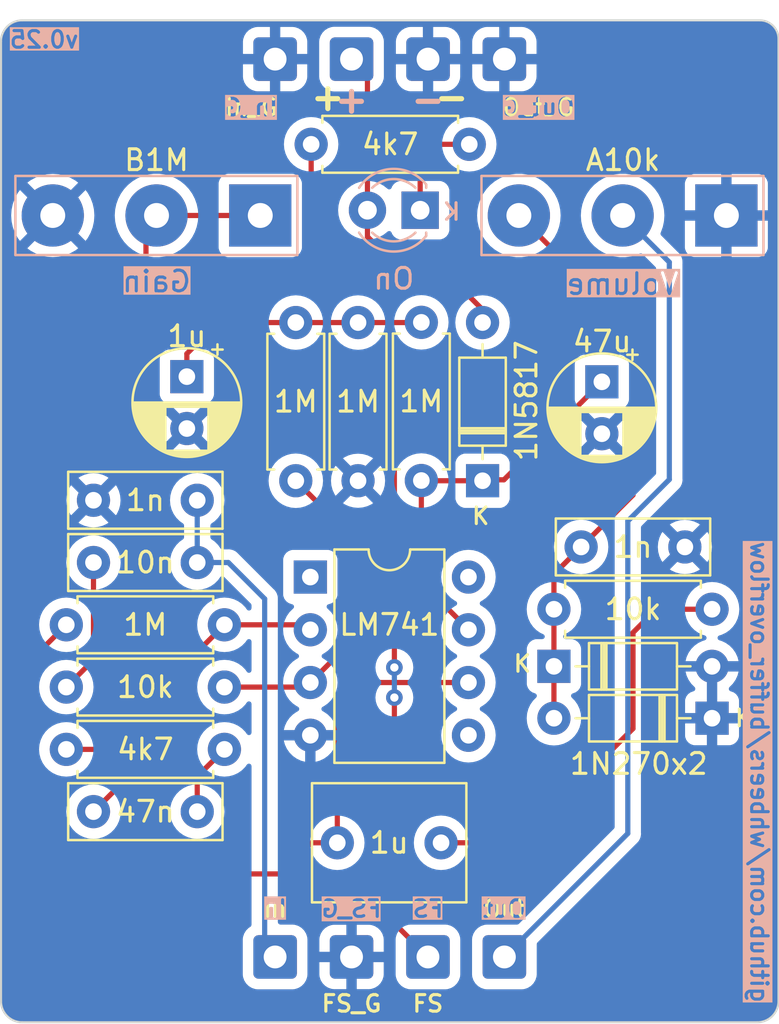
<source format=kicad_pcb>
(kicad_pcb (version 20221018) (generator pcbnew)
  (title_block (title "Buffer Overflow Drive Effect") (date "2023-02-22") (rev "v0.25") (comment 1 " github.com/whbeers/buffer_overflow"))
  (layers (0 "F.Cu" signal) (31 "B.Cu" power) (36 "B.SilkS" user "B.Silkscreen") (37 "F.SilkS" user "F.Silkscreen") (38 "B.Mask" user) (39 "F.Mask" user) (44 "Edge.Cuts" user))
  (net 0 "")
  (net 1 "GND")
  (net 2 "Net-(C4-Pad1)")
  (net 3 "VREF")
  (net 4 "Net-(C6-Pad2)")
  (net 5 "Net-(D2-K)")
  (net 6 "Net-(C3-Pad2)")
  (net 7 "/741_NonInv")
  (net 8 "/741_OUT")
  (net 9 "/PRE_VOLUME")
  (net 10 "/GAIN_CTL")
  (net 11 "/741_Inv")
  (net 12 "9V")
  (net 13 "/INPUT_TIP")
  (net 14 "/DC_SHIELD")
  (net 15 "/OUTPUT_TIP")
  (net 16 "/Footswitch")
  (footprint "Package_DIP:DIP-8_W7.62mm" (layer "F.Cu") (at 57.45 51.2)
    (fp_text reference "U1")
    (fp_text value "LM741" (at 3.81 2.3) (layer "F.SilkS"))
    (pad "1" thru_hole rect (at 0 0) (size 1.6 1.6) (drill 0.8) (layers "*.Cu" "*.Mask"))
    (pad "2" thru_hole oval (at 0 2.54) (size 1.6 1.6) (drill 0.8) (layers "*.Cu" "*.Mask") (net 11 "/741_Inv"))
    (pad "3" thru_hole oval (at 0 5.08) (size 1.6 1.6) (drill 0.8) (layers "*.Cu" "*.Mask") (net 7 "/741_NonInv"))
    (pad "4" thru_hole oval (at 0 7.62) (size 1.6 1.6) (drill 0.8) (layers "*.Cu" "*.Mask") (net 1 "GND"))
    (pad "5" thru_hole oval (at 7.62 7.62) (size 1.6 1.6) (drill 0.8) (layers "*.Cu" "*.Mask"))
    (pad "6" thru_hole oval (at 7.62 5.08) (size 1.6 1.6) (drill 0.8) (layers "*.Cu" "*.Mask") (net 8 "/741_OUT"))
    (pad "7" thru_hole oval (at 7.62 2.54) (size 1.6 1.6) (drill 0.8) (layers "*.Cu" "*.Mask") (net 12 "9V"))
    (pad "8" thru_hole oval (at 7.62 0) (size 1.6 1.6) (drill 0.8) (layers "*.Cu" "*.Mask"))
  )
  (footprint "Connector_Wire:SolderWire-0.5sqmm_1x01_D0.9mm_OD2.1mm" (layer "F.Cu") (at 63.119 69.5)
    (fp_text reference "J4")
    (fp_text value "FS" (at 0 2.25) (layer "F.SilkS" knockout) (effects (font (size 0.8 0.8))))
    (fp_text user "${VALUE}" (at 0 -2.317 unlocked) (layer "B.SilkS" knockout) (effects (font (size 0.8 0.8)) (justify mirror)))
    (pad "1" thru_hole roundrect (at 0 0) (size 2.1 2.1) (drill 1.1) (layers "*.Cu" "*.Mask") (roundrect_rratio 0.1190480952) (net 16 "/Footswitch"))
  )
  (footprint "Resistor_THT:R_Axial_DIN0207_L6.3mm_D2.5mm_P7.62mm_Horizontal" (layer "F.Cu") (at 45.69 53.5)
    (fp_text reference "R7")
    (fp_text value "1M" (at 3.81 0) (layer "F.SilkS"))
    (pad "1" thru_hole circle (at 0 0) (size 1.6 1.6) (drill 0.8) (layers "*.Cu" "*.Mask") (net 8 "/741_OUT"))
    (pad "2" thru_hole oval (at 7.62 0) (size 1.6 1.6) (drill 0.8) (layers "*.Cu" "*.Mask") (net 11 "/741_Inv"))
  )
  (footprint "Capacitor_THT:C_Rect_L7.2mm_W2.5mm_P5.00mm_FKS2_FKP2_MKS2_MKP2" (layer "F.Cu") (at 47 47.5)
    (fp_text reference "C1")
    (fp_text value "1n" (at 2.5 0) (layer "F.SilkS"))
    (pad "1" thru_hole circle (at 0 0) (size 1.6 1.6) (drill 0.8) (layers "*.Cu" "*.Mask") (net 1 "GND"))
    (pad "2" thru_hole circle (at 5 0) (size 1.6 1.6) (drill 0.8) (layers "*.Cu" "*.Mask") (net 13 "/INPUT_TIP"))
  )
  (footprint "Resistor_THT:R_Axial_DIN0207_L6.3mm_D2.5mm_P7.62mm_Horizontal" (layer "F.Cu") (at 53.31 59.5 180)
    (fp_text reference "R6")
    (fp_text value "4k7" (at 3.81 0) (layer "F.SilkS"))
    (pad "1" thru_hole circle (at 0 0 180) (size 1.6 1.6) (drill 0.8) (layers "*.Cu" "*.Mask") (net 2 "Net-(C4-Pad1)"))
    (pad "2" thru_hole oval (at 7.62 0 180) (size 1.6 1.6) (drill 0.8) (layers "*.Cu" "*.Mask") (net 10 "/GAIN_CTL"))
  )
  (footprint "Resistor_THT:R_Axial_DIN0207_L6.3mm_D2.5mm_P7.62mm_Horizontal" (layer "F.Cu") (at 62.8 38.93 -90)
    (fp_text reference "R4")
    (fp_text value "1M" (at 3.81 0 -180) (layer "F.SilkS"))
    (pad "1" thru_hole circle (at 0 0 270) (size 1.6 1.6) (drill 0.8) (layers "*.Cu" "*.Mask") (net 3 "VREF"))
    (pad "2" thru_hole oval (at 7.62 0 270) (size 1.6 1.6) (drill 0.8) (layers "*.Cu" "*.Mask") (net 12 "9V"))
  )
  (footprint "Connector_Wire:SolderWire-0.5sqmm_1x01_D0.9mm_OD2.1mm" (layer "F.Cu") (at 59.436 26.25)
    (fp_text reference "J3")
    (fp_text value "+" (at -1.143 1.817) (layer "F.SilkS") (effects (font (size 1.25 1.25) (thickness 0.25) bold)))
    (fp_text user "${VALUE}" (at 0 1.944 unlocked) (layer "B.SilkS") (effects (font (size 1.25 1.25) (thickness 0.25) bold) (justify mirror)))
    (pad "1" thru_hole roundrect (at 0 0) (size 2.1 2.1) (drill 1.1) (layers "*.Cu" "*.Mask") (roundrect_rratio 0.1190480952) (net 14 "/DC_SHIELD"))
  )
  (footprint "Capacitor_THT:C_Rect_L7.2mm_W2.5mm_P5.00mm_FKS2_FKP2_MKS2_MKP2" (layer "F.Cu") (at 52 62.5 180)
    (fp_text reference "C4")
    (fp_text value "47n" (at 2.5 0) (layer "F.SilkS"))
    (pad "1" thru_hole circle (at 0 0 180) (size 1.6 1.6) (drill 0.8) (layers "*.Cu" "*.Mask") (net 2 "Net-(C4-Pad1)"))
    (pad "2" thru_hole circle (at 5 0 180) (size 1.6 1.6) (drill 0.8) (layers "*.Cu" "*.Mask") (net 11 "/741_Inv"))
  )
  (footprint "Capacitor_THT:CP_Radial_D5.0mm_P2.50mm" (layer "F.Cu") (at 71.5 41.794888 -90)
    (fp_text reference "C2")
    (fp_text value "47u" (at -1.944888 -0.01) (layer "F.SilkS"))
    (pad "1" thru_hole rect (at 0 0 270) (size 1.6 1.6) (drill 0.8) (layers "*.Cu" "*.Mask") (net 12 "9V"))
    (pad "2" thru_hole circle (at 2.5 0 270) (size 1.6 1.6) (drill 0.8) (layers "*.Cu" "*.Mask") (net 1 "GND"))
  )
  (footprint "Resistor_THT:R_Axial_DIN0207_L6.3mm_D2.5mm_P7.62mm_Horizontal" (layer "F.Cu") (at 65.11 30.353 180)
    (fp_text reference "R1")
    (fp_text value "4k7" (at 3.81 0) (layer "F.SilkS"))
    (pad "1" thru_hole circle (at 0 0 180) (size 1.6 1.6) (drill 0.8) (layers "*.Cu" "*.Mask") (net 5 "Net-(D2-K)"))
    (pad "2" thru_hole oval (at 7.62 0 180) (size 1.6 1.6) (drill 0.8) (layers "*.Cu" "*.Mask") (net 16 "/Footswitch"))
  )
  (footprint "Diode_THT:D_DO-35_SOD27_P7.62mm_Horizontal" (layer "F.Cu") (at 76.81 58 180)
    (fp_text reference "D3")
    (fp_text value "1N270")
    (fp_text user "1N270x2" (at 3.531 -2.198 unlocked) (layer "F.SilkS"))
    (fp_text user "K" (at -1.524 0) (layer "F.SilkS") (effects (font (size 0.8 0.8))))
    (pad "1" thru_hole rect (at 0 0 180) (size 1.6 1.6) (drill 0.8) (layers "*.Cu" "*.Mask") (net 1 "GND"))
    (pad "2" thru_hole oval (at 7.62 0 180) (size 1.6 1.6) (drill 0.8) (layers "*.Cu" "*.Mask") (net 9 "/PRE_VOLUME"))
  )
  (footprint "Capacitor_THT:C_Rect_L7.2mm_W2.5mm_P5.00mm_FKS2_FKP2_MKS2_MKP2" (layer "F.Cu") (at 52 50.5 180)
    (fp_text reference "C3")
    (fp_text value "10n" (at 2.5 0) (layer "F.SilkS"))
    (pad "1" thru_hole circle (at 0 0 180) (size 1.6 1.6) (drill 0.8) (layers "*.Cu" "*.Mask") (net 13 "/INPUT_TIP"))
    (pad "2" thru_hole circle (at 5 0 180) (size 1.6 1.6) (drill 0.8) (layers "*.Cu" "*.Mask") (net 6 "Net-(C3-Pad2)"))
  )
  (footprint "Connector_Wire:SolderWire-0.5sqmm_1x01_D0.9mm_OD2.1mm" (layer "F.Cu") (at 55.753 26.25)
    (fp_text reference "J5")
    (fp_text value "In_G" (at -1.143 2.325) (layer "F.SilkS" knockout) (effects (font (size 0.8 0.8))))
    (fp_text user "${VALUE}" (at -1.143 2.325 unlocked) (layer "B.SilkS" knockout) (effects (font (size 0.8 0.8)) (justify mirror)))
    (pad "1" thru_hole roundrect (at 0 0) (size 2.1 2.1) (drill 1.1) (layers "*.Cu" "*.Mask") (roundrect_rratio 0.1190480952) (net 1 "GND"))
  )
  (footprint "Diode_THT:D_DO-35_SOD27_P7.62mm_Horizontal" (layer "F.Cu") (at 69.19 55.5)
    (fp_text reference "D4")
    (fp_text value "1N270" hide)
    (fp_text user "K" (at -1.524 -0.127) (layer "F.SilkS") (effects (font (size 0.8 0.8))))
    (pad "1" thru_hole rect (at 0 0) (size 1.6 1.6) (drill 0.8) (layers "*.Cu" "*.Mask") (net 9 "/PRE_VOLUME"))
    (pad "2" thru_hole oval (at 7.62 0) (size 1.6 1.6) (drill 0.8) (layers "*.Cu" "*.Mask") (net 1 "GND"))
  )
  (footprint "Resistor_THT:R_Axial_DIN0207_L6.3mm_D2.5mm_P7.62mm_Horizontal" (layer "F.Cu") (at 59.75 46.56 90)
    (fp_text reference "R5")
    (fp_text value "1M" (at 3.81 0 180) (layer "F.SilkS"))
    (pad "1" thru_hole circle (at 0 0 90) (size 1.6 1.6) (drill 0.8) (layers "*.Cu" "*.Mask") (net 1 "GND"))
    (pad "2" thru_hole oval (at 7.62 0 90) (size 1.6 1.6) (drill 0.8) (layers "*.Cu" "*.Mask") (net 3 "VREF"))
  )
  (footprint "Connector_Wire:SolderWire-0.5sqmm_1x01_D0.9mm_OD2.1mm" (layer "F.Cu") (at 66.802 26.25)
    (fp_text reference "J6")
    (fp_text value "Out_G" (at 1.651 2.325) (layer "F.SilkS" knockout) (effects (font (size 0.8 0.8))))
    (fp_text user "${VALUE}" (at 1.651 2.325 unlocked) (layer "B.SilkS" knockout) (effects (font (size 0.8 0.8)) (justify mirror)))
    (pad "1" thru_hole roundrect (at 0 0) (size 2.1 2.1) (drill 1.1) (layers "*.Cu" "*.Mask") (roundrect_rratio 0.1190480952) (net 1 "GND"))
  )
  (footprint "Resistor_THT:R_Axial_DIN0207_L6.3mm_D2.5mm_P7.62mm_Horizontal" (layer "F.Cu") (at 56.75 46.56 90)
    (fp_text reference "R3")
    (fp_text value "1M" (at 3.81 0 180) (layer "F.SilkS"))
    (pad "1" thru_hole circle (at 0 0 90) (size 1.6 1.6) (drill 0.8) (layers "*.Cu" "*.Mask") (net 7 "/741_NonInv"))
    (pad "2" thru_hole oval (at 7.62 0 90) (size 1.6 1.6) (drill 0.8) (layers "*.Cu" "*.Mask") (net 3 "VREF"))
  )
  (footprint "Connector_Wire:SolderWire-0.5sqmm_1x01_D0.9mm_OD2.1mm" (layer "F.Cu") (at 66.802 69.5)
    (fp_text reference "J2")
    (fp_text value "Out" (at 0 -2.317) (layer "F.SilkS" knockout) (effects (font (size 0.8 0.8))))
    (fp_text user "${VALUE}" (at 0 -2.317 unlocked) (layer "B.SilkS" knockout) (effects (font (size 0.8 0.8)) (justify mirror)))
    (pad "1" thru_hole roundrect (at 0 0) (size 2.1 2.1) (drill 1.1) (layers "*.Cu" "*.Mask") (roundrect_rratio 0.1190480952) (net 15 "/OUTPUT_TIP"))
  )
  (footprint "Capacitor_THT:C_Rect_L7.2mm_W5.5mm_P5.00mm_FKS2_FKP2_MKS2_MKP2" (layer "F.Cu") (at 58.75 64)
    (fp_text reference "C6")
    (fp_text value "1u" (at 2.5 0) (layer "F.SilkS"))
    (pad "1" thru_hole circle (at 0 0) (size 1.6 1.6) (drill 0.8) (layers "*.Cu" "*.Mask") (net 8 "/741_OUT"))
    (pad "2" thru_hole circle (at 5 0) (size 1.6 1.6) (drill 0.8) (layers "*.Cu" "*.Mask") (net 4 "Net-(C6-Pad2)"))
  )
  (footprint "Connector_Wire:SolderWire-0.5sqmm_1x01_D0.9mm_OD2.1mm" (layer "F.Cu") (at 55.753 69.5)
    (fp_text reference "J1")
    (fp_text value "In" (at 0 -2.317) (layer "F.SilkS" knockout) (effects (font (size 0.8 0.8))))
    (fp_text user "${VALUE}" (at 0 -2.317 unlocked) (layer "B.SilkS" knockout) (effects (font (size 0.8 0.8)) (justify mirror)))
    (pad "1" thru_hole roundrect (at 0 0) (size 2.1 2.1) (drill 1.1) (layers "*.Cu" "*.Mask") (roundrect_rratio 0.1190480952) (net 13 "/INPUT_TIP"))
  )
  (footprint "Resistor_THT:R_Axial_DIN0207_L6.3mm_D2.5mm_P7.62mm_Horizontal" (layer "F.Cu") (at 69.19 52.75)
    (fp_text reference "R8")
    (fp_text value "10k" (at 3.81 0) (layer "F.SilkS"))
    (pad "1" thru_hole circle (at 0 0) (size 1.6 1.6) (drill 0.8) (layers "*.Cu" "*.Mask") (net 9 "/PRE_VOLUME"))
    (pad "2" thru_hole oval (at 7.62 0) (size 1.6 1.6) (drill 0.8) (layers "*.Cu" "*.Mask") (net 4 "Net-(C6-Pad2)"))
  )
  (footprint "Diode_THT:D_DO-35_SOD27_P7.62mm_Horizontal" (layer "F.Cu") (at 65.75 46.56 90)
    (fp_text reference "D1")
    (fp_text value "1N5817" (at 3.855 2.115 90) (layer "F.SilkS"))
    (fp_text user "K" (at -1.7 -0.091) (layer "F.SilkS") (effects (font (size 0.8 0.8) (thickness 0.15) bold)))
    (pad "1" thru_hole rect (at 0 0 90) (size 1.6 1.6) (drill 0.8) (layers "*.Cu" "*.Mask") (net 12 "9V"))
    (pad "2" thru_hole oval (at 7.62 0 90) (size 1.6 1.6) (drill 0.8) (layers "*.Cu" "*.Mask") (net 14 "/DC_SHIELD"))
  )
  (footprint "Capacitor_THT:CP_Radial_D5.0mm_P2.50mm" (layer "F.Cu") (at 51.5 41.544888 -90)
    (fp_text reference "C5")
    (fp_text value "1u" (at -1.949888 0 180) (layer "F.SilkS"))
    (pad "1" thru_hole rect (at 0 0 270) (size 1.6 1.6) (drill 0.8) (layers "*.Cu" "*.Mask") (net 3 "VREF"))
    (pad "2" thru_hole circle (at 2.5 0 270) (size 1.6 1.6) (drill 0.8) (layers "*.Cu" "*.Mask") (net 1 "GND"))
  )
  (footprint "Connector_Wire:SolderWire-0.5sqmm_1x01_D0.9mm_OD2.1mm" (layer "F.Cu") (at 59.436 69.5)
    (fp_text reference "J8")
    (fp_text value "FS_G" (at 0 2.25) (layer "F.SilkS" knockout) (effects (font (size 0.8 0.8))))
    (fp_text user "${VALUE}" (at 0 -2.317 unlocked) (layer "B.SilkS" knockout) (effects (font (size 0.8 0.8)) (justify mirror)))
    (pad "1" thru_hole roundrect (at 0 0) (size 2.1 2.1) (drill 1.1) (layers "*.Cu" "*.Mask") (roundrect_rratio 0.1190480952) (net 1 "GND"))
  )
  (footprint "Connector_Wire:SolderWire-0.5sqmm_1x01_D0.9mm_OD2.1mm" (layer "F.Cu") (at 63.123 26.25)
    (fp_text reference "J7")
    (fp_text value "-" (at 1.139 1.817) (layer "F.SilkS") (effects (font (size 1.25 1.25) (thickness 0.25) bold)))
    (fp_text user "${VALUE}" (at 0 1.944 unlocked) (layer "B.SilkS") (effects (font (size 1.25 1.25) (thickness 0.25) bold) (justify mirror)))
    (pad "1" thru_hole roundrect (at 0 0) (size 2.1 2.1) (drill 1.1) (layers "*.Cu" "*.Mask") (roundrect_rratio 0.1190480952) (net 1 "GND"))
  )
  (footprint "Resistor_THT:R_Axial_DIN0207_L6.3mm_D2.5mm_P7.62mm_Horizontal" (layer "F.Cu") (at 45.69 56.5)
    (fp_text reference "R2")
    (fp_text value "10k" (at 3.81 0) (layer "F.SilkS"))
    (pad "1" thru_hole circle (at 0 0) (size 1.6 1.6) (drill 0.8) (layers "*.Cu" "*.Mask") (net 6 "Net-(C3-Pad2)"))
    (pad "2" thru_hole oval (at 7.62 0) (size 1.6 1.6) (drill 0.8) (layers "*.Cu" "*.Mask") (net 7 "/741_NonInv"))
  )
  (footprint "Capacitor_THT:C_Rect_L7.2mm_W2.5mm_P5.00mm_FKS2_FKP2_MKS2_MKP2" (layer "F.Cu") (at 75.5 49.75 180)
    (fp_text reference "C7")
    (fp_text value "1n" (at 2.5 0) (layer "F.SilkS"))
    (pad "1" thru_hole circle (at 0 0 180) (size 1.6 1.6) (drill 0.8) (layers "*.Cu" "*.Mask") (net 1 "GND"))
    (pad "2" thru_hole circle (at 5 0 180) (size 1.6 1.6) (drill 0.8) (layers "*.Cu" "*.Mask") (net 9 "/PRE_VOLUME"))
  )
  (footprint "buffer_overflow:Potentiometer_Single_3_Horizontal" (layer "B.Cu") (at 72.4925 29.972 180)
    (fp_text reference "POT1")
    (fp_text value "A10k" (at -0.0245 -1.143 unlocked) (layer "F.SilkS"))
    (fp_text user "Volume" (at 0 -7.112 unlocked) (layer "B.SilkS" knockout) (effects (justify mirror)))
    (pad "1" thru_hole rect (at -5.0075 -3.81 270) (size 3 3) (drill 1.2) (layers "*.Cu" "*.Mask") (net 1 "GND"))
    (pad "2" thru_hole circle (at -0.0075 -3.81 270) (size 3 3) (drill 1.2) (layers "*.Cu" "*.Mask") (net 15 "/OUTPUT_TIP"))
    (pad "3" thru_hole circle (at 4.9925 -3.81 270) (size 3 3) (drill 1.2) (layers "*.Cu" "*.Mask") (net 9 "/PRE_VOLUME"))
  )
  (footprint "LED_THT:LED_D3.0mm" (layer "B.Cu") (at 62.743 33.528 180)
    (fp_text reference "D2")
    (fp_text value "On" (at 1.27 -3.302) (layer "B.SilkS" knockout) (effects (justify mirror)))
    (fp_text user "K" (at -1.519 0 180 unlocked) (layer "B.SilkS") (effects (font (size 0.8 0.8))))
    (pad "1" thru_hole rect (at 0 0 180) (size 1.8 1.8) (drill 0.9) (layers "*.Cu" "*.Mask") (net 5 "Net-(D2-K)"))
    (pad "2" thru_hole circle (at 2.54 0 180) (size 1.8 1.8) (drill 0.9) (layers "*.Cu" "*.Mask") (net 14 "/DC_SHIELD"))
  )
  (footprint "buffer_overflow:Potentiometer_Single_3_Horizontal" (layer "B.Cu") (at 50.0305 29.972 180)
    (fp_text reference "POT2")
    (fp_text value "B1M" (at -0.0075 -1.143 unlocked) (layer "F.SilkS"))
    (fp_text user "Gain" (at -0.0075 -6.985 unlocked) (layer "B.SilkS" knockout) (effects (justify mirror)))
    (pad "1" thru_hole rect (at -5.0075 -3.81 270) (size 3 3) (drill 1.2) (layers "*.Cu" "*.Mask") (net 10 "/GAIN_CTL"))
    (pad "2" thru_hole circle (at -0.0075 -3.81 270) (size 3 3) (drill 1.2) (layers "*.Cu" "*.Mask") (net 10 "/GAIN_CTL"))
    (pad "3" thru_hole circle (at 4.9925 -3.81 270) (size 3 3) (drill 1.2) (layers "*.Cu" "*.Mask") (net 1 "GND"))
  )
  (gr_arc (start 80.01 71.628) (mid 79.71242 72.34642) (end 78.994 72.644) (stroke (width 0.1)) (layer "Edge.Cuts"))
  (gr_line (start 42.545 71.628) (end 42.545 25.4) (stroke (width 0.1)) (layer "Edge.Cuts"))
  (gr_line (start 78.994 72.644) (end 43.561 72.644) (stroke (width 0.1)) (layer "Edge.Cuts"))
  (gr_arc (start 43.561 72.644) (mid 42.84258 72.34642) (end 42.545 71.628) (stroke (width 0.1)) (layer "Edge.Cuts"))
  (gr_arc (start 79.127 24.384) (mid 79.75175 24.646493) (end 80.01002 25.273) (stroke (width 0.1)) (layer "Edge.Cuts"))
  (gr_line (start 43.561 24.384) (end 79.127 24.384) (stroke (width 0.1)) (layer "Edge.Cuts"))
  (gr_line (start 80.01002 25.273) (end 80.01 71.628) (stroke (width 0.1)) (layer "Edge.Cuts"))
  (gr_arc (start 42.545 25.4) (mid 42.84258 24.68158) (end 43.561 24.384) (stroke (width 0.1)) (layer "Edge.Cuts"))
  (gr_text "${COMMENT1}" (at 78.613 72.39 -90) (layer "B.SilkS" knockout) (effects (font (size 0.8 0.8)) (justify left bottom mirror)))
  (gr_text "${REVISION}" (at 46.355 25.781) (layer "B.SilkS" knockout) (effects (font (size 0.8 0.8) (thickness 0.15) bold) (justify left bottom mirror)))
  (segment (start 52 62.5) (end 52 60.81) (width 0.25) (layer "F.Cu") (net 2))
  (segment (start 52 60.81) (end 53.31 59.5) (width 0.25) (layer "F.Cu") (net 2))
  (segment (start 53 38.94) (end 62.75 38.94) (width 0.25) (layer "F.Cu") (net 3))
  (segment (start 51.5 40.44) (end 51.5 41.544888) (width 0.25) (layer "F.Cu") (net 3))
  (segment (start 53 38.94) (end 51.5 40.44) (width 0.25) (layer "F.Cu") (net 3))
  (segment (start 63.75 64) (end 67.5 64) (width 0.25) (layer "F.Cu") (net 4))
  (segment (start 73 58.5) (end 73 53.875) (width 0.25) (layer "F.Cu") (net 4))
  (segment (start 74.125 52.75) (end 76.81 52.75) (width 0.25) (layer "F.Cu") (net 4))
  (segment (start 73 53.875) (end 74.125 52.75) (width 0.25) (layer "F.Cu") (net 4))
  (segment (start 67.5 64) (end 73 58.5) (width 0.25) (layer "F.Cu") (net 4))
  (segment (start 65.11 30.353) (end 63.5 30.353) (width 0.25) (layer "F.Cu") (net 5))
  (segment (start 63.5 30.353) (end 62.743 31.11) (width 0.25) (layer "F.Cu") (net 5))
  (segment (start 62.743 31.11) (end 62.743 33.528) (width 0.25) (layer "F.Cu") (net 5))
  (segment (start 47 55.19) (end 47 50.5) (width 0.25) (layer "F.Cu") (net 6))
  (segment (start 45.69 56.5) (end 47 55.19) (width 0.25) (layer "F.Cu") (net 6))
  (segment (start 53.31 56.5) (end 57.23 56.5) (width 0.25) (layer "F.Cu") (net 7))
  (segment (start 59.75 49.56) (end 56.75 46.56) (width 0.25) (layer "F.Cu") (net 7))
  (segment (start 57.45 56.28) (end 59.75 53.98) (width 0.25) (layer "F.Cu") (net 7))
  (segment (start 57.23 56.5) (end 57.45 56.28) (width 0.25) (layer "F.Cu") (net 7))
  (segment (start 59.75 53.98) (end 59.75 49.56) (width 0.25) (layer "F.Cu") (net 7))
  (segment (start 46 65.5) (end 56 65.5) (width 0.25) (layer "F.Cu") (net 8))
  (segment (start 44 63.5) (end 46 65.5) (width 0.25) (layer "F.Cu") (net 8))
  (segment (start 56 65.5) (end 57.5 64) (width 0.25) (layer "F.Cu") (net 8))
  (segment (start 60.72 56.28) (end 58.75 58.25) (width 0.25) (layer "F.Cu") (net 8))
  (segment (start 58.75 58.25) (end 58.75 64) (width 0.25) (layer "F.Cu") (net 8))
  (segment (start 65.07 56.28) (end 60.72 56.28) (width 0.25) (layer "F.Cu") (net 8))
  (segment (start 44 55.19) (end 44 63.5) (width 0.25) (layer "F.Cu") (net 8))
  (segment (start 45.69 53.5) (end 44 55.19) (width 0.25) (layer "F.Cu") (net 8))
  (segment (start 57.5745 64) (end 58.75 64) (width 0.25) (layer "F.Cu") (net 8))
  (segment (start 69.19 58) (end 69.19 51.06) (width 0.25) (layer "F.Cu") (net 9))
  (segment (start 69.19 51.06) (end 70.5 49.75) (width 0.25) (layer "F.Cu") (net 9))
  (segment (start 67.5 33.782) (end 73 39.282) (width 0.25) (layer "F.Cu") (net 9))
  (segment (start 73 39.282) (end 73 47.25) (width 0.25) (layer "F.Cu") (net 9))
  (segment (start 73 47.25) (end 70.5 49.75) (width 0.25) (layer "F.Cu") (net 9))
  (segment (start 49.53 57.22) (end 47.25 59.5) (width 0.25) (layer "F.Cu") (net 10))
  (segment (start 50.038 33.782) (end 49.53 34.29) (width 0.25) (layer "F.Cu") (net 10))
  (segment (start 47.25 59.5) (end 45.69 59.5) (width 0.25) (layer "F.Cu") (net 10))
  (segment (start 49.53 34.29) (end 49.53 57.22) (width 0.25) (layer "F.Cu") (net 10))
  (segment (start 49.5 34.2575) (end 50.0075 33.75) (width 0.25) (layer "F.Cu") (net 10))
  (segment (start 50.038 33.782) (end 55.038 33.782) (width 0.25) (layer "F.Cu") (net 10))
  (segment (start 50.737299 58.762701) (end 47 62.5) (width 0.25) (layer "F.Cu") (net 11))
  (segment (start 57.21 53.5) (end 57.45 53.74) (width 0.25) (layer "F.Cu") (net 11))
  (segment (start 50.737299 56.072701) (end 50.737299 58.762701) (width 0.25) (layer "F.Cu") (net 11))
  (segment (start 53.31 53.5) (end 50.737299 56.072701) (width 0.25) (layer "F.Cu") (net 11))
  (segment (start 53.31 53.5) (end 57.21 53.5) (width 0.25) (layer "F.Cu") (net 11))
  (segment (start 65.795 46.515) (end 65.75 46.56) (width 0.25) (layer "F.Cu") (net 12))
  (segment (start 66.779888 46.515) (end 71.5 41.794888) (width 0.25) (layer "F.Cu") (net 12))
  (segment (start 66.779888 46.515) (end 65.795 46.515) (width 0.25) (layer "F.Cu") (net 12))
  (segment (start 65.75 46.56) (end 62.81 46.56) (width 0.25) (layer "F.Cu") (net 12))
  (segment (start 62.8 46.55) (end 62.8 51.45) (width 0.25) (layer "F.Cu") (net 12))
  (segment (start 62.8 51.45) (end 62.975 51.625) (width 0.25) (layer "F.Cu") (net 12))
  (segment (start 62.975 51.625) (end 65.07 53.72) (width 0.25) (layer "F.Cu") (net 12))
  (segment (start 65.07 53.72) (end 65.07 53.74) (width 0.25) (layer "F.Cu") (net 12))
  (segment (start 55.25 52.25) (end 53.5 50.5) (width 0.25) (layer "B.Cu") (net 13))
  (segment (start 55.25 52.25) (end 55.25 68.997) (width 0.25) (layer "B.Cu") (net 13))
  (segment (start 52 50.5) (end 52 47.5) (width 0.25) (layer "B.Cu") (net 13))
  (segment (start 53.5 50.5) (end 52 50.5) (width 0.25) (layer "B.Cu") (net 13))
  (segment (start 55.25 68.997) (end 55.753 69.5) (width 0.25) (layer "B.Cu") (net 13))
  (segment (start 60.203 33.528) (end 60.203 34.803) (width 0.25) (layer "F.Cu") (net 14))
  (segment (start 60.203 34.803) (end 60.96 35.56) (width 0.25) (layer "F.Cu") (net 14))
  (segment (start 60.203 27.017) (end 60.203 33.528) (width 0.25) (layer "F.Cu") (net 14))
  (segment (start 65.75 38.318) (end 65.75 38.94) (width 0.25) (layer "F.Cu") (net 14))
  (segment (start 62.992 35.56) (end 65.75 38.318) (width 0.25) (layer "F.Cu") (net 14))
  (segment (start 60.96 35.56) (end 62.992 35.56) (width 0.25) (layer "F.Cu") (net 14))
  (segment (start 59.436 26.25) (end 60.203 27.017) (width 0.25) (layer "F.Cu") (net 14))
  (segment (start 59.25 26.25) (end 60.203 27.203) (width 0.25) (layer "F.Cu") (net 14))
  (segment (start 72.5 33.782) (end 74.75 36.032) (width 0.25) (layer "B.Cu") (net 15))
  (segment (start 72.75 48.5) (end 72.75 63.552) (width 0.25) (layer "B.Cu") (net 15))
  (segment (start 74.75 36.032) (end 74.75 46.5) (width 0.25) (layer "B.Cu") (net 15))
  (segment (start 72.75 63.552) (end 66.802 69.5) (width 0.25) (layer "B.Cu") (net 15))
  (segment (start 74.75 46.5) (end 72.75 48.5) (width 0.25) (layer "B.Cu") (net 15))
  (segment (start 57.49 30.353) (end 57.49 35.24) (width 0.25) (layer "F.Cu") (net 16))
  (segment (start 57.49 35.24) (end 59 36.75) (width 0.25) (layer "F.Cu") (net 16))
  (segment (start 64.25 41.25) (end 61.5 44) (width 0.25) (layer "F.Cu") (net 16))
  (segment (start 59 36.75) (end 62.658 36.75) (width 0.25) (layer "F.Cu") (net 16))
  (segment (start 61.5 44) (end 61.5 55.5555) (width 0.25) (layer "F.Cu") (net 16))
  (segment (start 62.658 36.75) (end 64.25 38.342) (width 0.25) (layer "F.Cu") (net 16))
  (segment (start 64.25 38.342) (end 64.25 41.25) (width 0.25) (layer "F.Cu") (net 16))
  (segment (start 61.5 67.881) (end 63.119 69.5) (width 0.25) (layer "F.Cu") (net 16))
  (segment (start 61.5 57.0045) (end 61.5 67.881) (width 0.25) (layer "F.Cu") (net 16))
  (via (at 61.5 55.5555) (size 0.8) (drill 0.4) (layers "F.Cu" "B.Cu") (net 16))
  (via (at 61.5 57.0045) (size 0.8) (drill 0.4) (layers "F.Cu" "B.Cu") (net 16))
  (segment (start 61.5 55.5555) (end 61.5 57.0045) (width 0.25) (layer "B.Cu") (net 16))
  (zone (net 1) (net_name "GND") (layer "B.Cu") (connect_pads thru_hole_only (clearance 0.508)) (min_thickness 0.25) (fill yes (thermal_gap 0.5) (thermal_bridge_width 0.5))
    (polygon (pts (xy 80.01 24.384) (xy 80.01 72.644) (xy 42.545 72.644) (xy 42.545 24.384)))
  )
)
</source>
